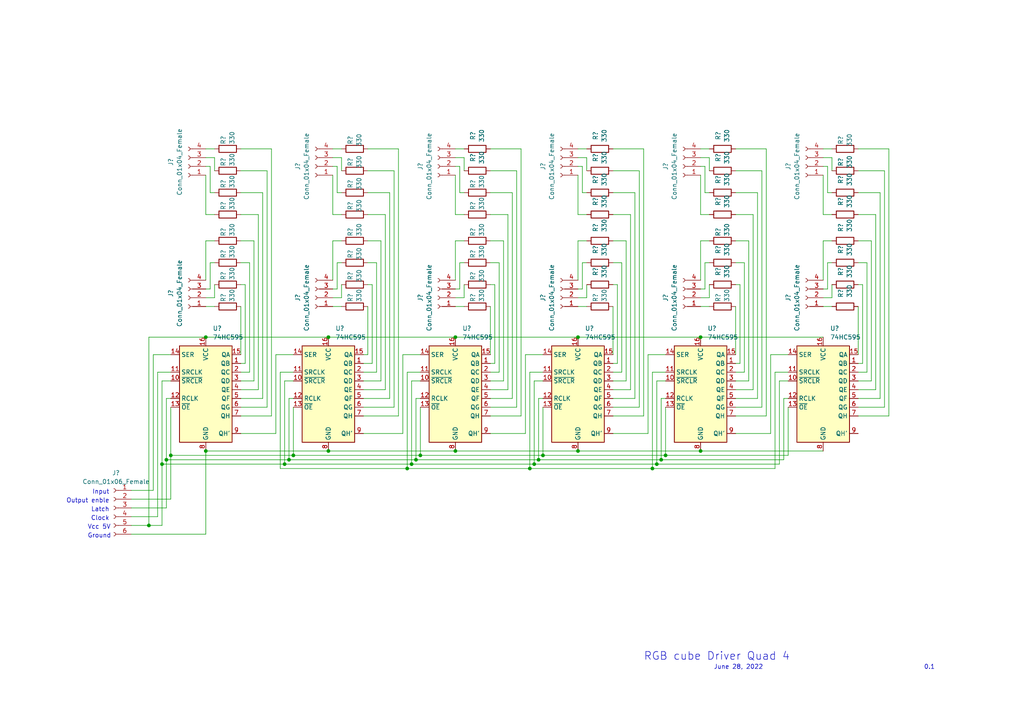
<source format=kicad_sch>
(kicad_sch (version 20211123) (generator eeschema)
  (paper "A4")
  (lib_symbols
    (symbol "74xx:74HC595"
      (property "Reference" "U" (at -7.62 13.97 0))
      (property "Value" "74HC595" (at -7.62 -16.51 0))
      (symbol "74HC595_1_0"
        (pin tri_state line (at 10.16 7.62 180) (length 2.54) (name "QB") (number "1"))
        (pin input line (at -10.16 2.54 0) (length 2.54) (name "~{SRCLR}") (number "10"))
        (pin input line (at -10.16 5.08 0) (length 2.54) (name "SRCLK") (number "11"))
        (pin input line (at -10.16 -2.54 0) (length 2.54) (name "RCLK") (number "12"))
        (pin input line (at -10.16 -5.08 0) (length 2.54) (name "~{OE}") (number "13"))
        (pin input line (at -10.16 10.16 0) (length 2.54) (name "SER") (number "14"))
        (pin tri_state line (at 10.16 10.16 180) (length 2.54) (name "QA") (number "15"))
        (pin power_in line (at 0 15.24 270) (length 2.54) (name "VCC") (number "16"))
        (pin tri_state line (at 10.16 5.08 180) (length 2.54) (name "QC") (number "2"))
        (pin tri_state line (at 10.16 2.54 180) (length 2.54) (name "QD") (number "3"))
        (pin tri_state line (at 10.16 0 180) (length 2.54) (name "QE") (number "4"))
        (pin tri_state line (at 10.16 -2.54 180) (length 2.54) (name "QF") (number "5"))
        (pin tri_state line (at 10.16 -5.08 180) (length 2.54) (name "QG") (number "6"))
        (pin tri_state line (at 10.16 -7.62 180) (length 2.54) (name "QH") (number "7"))
        (pin power_in line (at 0 -17.78 90) (length 2.54) (name "GND") (number "8"))
        (pin output line (at 10.16 -12.7 180) (length 2.54) (name "QH'") (number "9"))
      )
      (symbol "74HC595_1_1"
        (rectangle (start -7.62 12.7) (end 7.62 -15.24) (stroke (width 0.254)) (fill (type background)))
      )
    )
    (symbol "Connector:Conn_01x04_Female" (pin_names (offset 1.016) hide)
      (property "Reference" "J" (at 0 5.08 0))
      (property "Value" "Conn_01x04_Female" (at 0 -7.62 0))
      (symbol "Conn_01x04_Female_1_1"
        (arc (start 0 -4.572) (mid -0.508 -5.08) (end 0 -5.588) (stroke (width 0.1524)))
        (arc (start 0 -2.032) (mid -0.508 -2.54) (end 0 -3.048) (stroke (width 0.1524)))
        (polyline (pts (xy -1.27 -5.08) (xy -0.508 -5.08)) (stroke (width 0.1524)))
        (polyline (pts (xy -1.27 -2.54) (xy -0.508 -2.54)) (stroke (width 0.1524)))
        (polyline (pts (xy -1.27 0) (xy -0.508 0)) (stroke (width 0.1524)))
        (polyline (pts (xy -1.27 2.54) (xy -0.508 2.54)) (stroke (width 0.1524)))
        (arc (start 0 0.508) (mid -0.508 0) (end 0 -0.508) (stroke (width 0.1524)))
        (arc (start 0 3.048) (mid -0.508 2.54) (end 0 2.032) (stroke (width 0.1524)))
        (pin passive line (at -5.08 2.54 0) (length 3.81) (name "Pin_1") (number "1"))
        (pin passive line (at -5.08 0 0) (length 3.81) (name "Pin_2") (number "2"))
        (pin passive line (at -5.08 -2.54 0) (length 3.81) (name "Pin_3") (number "3"))
        (pin passive line (at -5.08 -5.08 0) (length 3.81) (name "Pin_4") (number "4"))
      )
    )
    (symbol "Connector:Conn_01x06_Female" (pin_names (offset 1.016) hide)
      (property "Reference" "J" (at 0 7.62 0))
      (property "Value" "Conn_01x06_Female" (at 0 -10.16 0))
      (symbol "Conn_01x06_Female_1_1"
        (arc (start 0 -7.112) (mid -0.508 -7.62) (end 0 -8.128) (stroke (width 0.1524)))
        (arc (start 0 -4.572) (mid -0.508 -5.08) (end 0 -5.588) (stroke (width 0.1524)))
        (arc (start 0 -2.032) (mid -0.508 -2.54) (end 0 -3.048) (stroke (width 0.1524)))
        (polyline (pts (xy -1.27 -7.62) (xy -0.508 -7.62)) (stroke (width 0.1524)))
        (polyline (pts (xy -1.27 -5.08) (xy -0.508 -5.08)) (stroke (width 0.1524)))
        (polyline (pts (xy -1.27 -2.54) (xy -0.508 -2.54)) (stroke (width 0.1524)))
        (polyline (pts (xy -1.27 0) (xy -0.508 0)) (stroke (width 0.1524)))
        (polyline (pts (xy -1.27 2.54) (xy -0.508 2.54)) (stroke (width 0.1524)))
        (polyline (pts (xy -1.27 5.08) (xy -0.508 5.08)) (stroke (width 0.1524)))
        (arc (start 0 0.508) (mid -0.508 0) (end 0 -0.508) (stroke (width 0.1524)))
        (arc (start 0 3.048) (mid -0.508 2.54) (end 0 2.032) (stroke (width 0.1524)))
        (arc (start 0 5.588) (mid -0.508 5.08) (end 0 4.572) (stroke (width 0.1524)))
        (pin passive line (at -5.08 5.08 0) (length 3.81) (name "Pin_1") (number "1"))
        (pin passive line (at -5.08 2.54 0) (length 3.81) (name "Pin_2") (number "2"))
        (pin passive line (at -5.08 0 0) (length 3.81) (name "Pin_3") (number "3"))
        (pin passive line (at -5.08 -2.54 0) (length 3.81) (name "Pin_4") (number "4"))
        (pin passive line (at -5.08 -5.08 0) (length 3.81) (name "Pin_5") (number "5"))
        (pin passive line (at -5.08 -7.62 0) (length 3.81) (name "Pin_6") (number "6"))
      )
    )
    (symbol "Device:R" (pin_numbers hide) (pin_names (offset 0))
      (property "Reference" "R" (at 2.032 0 90))
      (property "Value" "R" (at 0 0 90))
      (symbol "R_0_1"
        (rectangle (start -1.016 -2.54) (end 1.016 2.54) (stroke (width 0.254)))
      )
      (symbol "R_1_1"
        (pin passive line (at 0 3.81 270) (length 1.27) (name "~") (number "1"))
        (pin passive line (at 0 -3.81 90) (length 1.27) (name "~") (number "2"))
      )
    )
  )
  (junction (at 203.2 130.81))
  (junction (at 167.64 97.79))
  (junction (at 190.5 134.62))
  (junction (at 49.53 132.08))
  (junction (at 59.69 97.79))
  (junction (at 95.25 130.81))
  (junction (at 153.67 135.89))
  (junction (at 83.82 133.35))
  (junction (at 203.2 97.79))
  (junction (at 46.99 134.62))
  (junction (at 59.69 130.81))
  (junction (at 82.55 134.62))
  (junction (at 132.08 130.81))
  (junction (at 48.26 133.35))
  (junction (at 189.23 135.89))
  (junction (at 193.04 132.08))
  (junction (at 118.11 135.89))
  (junction (at 157.48 132.08))
  (junction (at 156.21 133.35))
  (junction (at 43.18 152.4))
  (junction (at 167.64 130.81))
  (junction (at 119.38 134.62))
  (junction (at 132.08 97.79))
  (junction (at 154.94 134.62))
  (junction (at 191.77 133.35))
  (junction (at 85.09 132.08))
  (junction (at 95.25 97.79))
  (junction (at 121.92 132.08))
  (junction (at 120.65 133.35))
  (wire (pts (xy 78.74 43.18) (xy 69.85 43.18)))
  (wire (pts (xy 38.1 152.4) (xy 43.18 152.4)))
  (wire (pts (xy 181.61 69.85) (xy 181.61 110.49)))
  (wire (pts (xy 186.69 43.18) (xy 186.69 120.65)))
  (wire (pts (xy 132.08 83.82) (xy 133.35 83.82)))
  (wire (pts (xy 214.63 82.55) (xy 214.63 105.41)))
  (wire (pts (xy 146.05 110.49) (xy 142.24 110.49)))
  (wire (pts (xy 182.88 113.03) (xy 177.8 113.03)))
  (wire (pts (xy 132.08 88.9) (xy 134.62 88.9)))
  (wire (pts (xy 184.15 115.57) (xy 177.8 115.57)))
  (wire (pts (xy 215.9 76.2) (xy 213.36 76.2)))
  (wire (pts (xy 134.62 45.72) (xy 134.62 49.53)))
  (wire (pts (xy 257.81 43.18) (xy 257.81 120.65)))
  (wire (pts (xy 60.96 55.88) (xy 62.23 55.88)))
  (wire (pts (xy 111.76 62.23) (xy 106.68 62.23)))
  (wire (pts (xy 78.74 120.65) (xy 69.85 120.65)))
  (wire (pts (xy 193.04 118.11) (xy 193.04 132.08)))
  (wire (pts (xy 157.48 132.08) (xy 193.04 132.08)))
  (wire (pts (xy 97.79 76.2) (xy 99.06 76.2)))
  (wire (pts (xy 156.21 115.57) (xy 156.21 133.35)))
  (wire (pts (xy 168.91 83.82) (xy 168.91 76.2)))
  (wire (pts (xy 250.19 82.55) (xy 248.92 82.55)))
  (wire (pts (xy 251.46 107.95) (xy 251.46 76.2)))
  (wire (pts (xy 96.52 62.23) (xy 99.06 62.23)))
  (wire (pts (xy 238.76 50.8) (xy 238.76 62.23)))
  (wire (pts (xy 248.92 118.11) (xy 256.54 118.11)))
  (wire (pts (xy 238.76 69.85) (xy 241.3 69.85)))
  (wire (pts (xy 38.1 142.24) (xy 44.45 142.24)))
  (wire (pts (xy 220.98 49.53) (xy 220.98 118.11)))
  (wire (pts (xy 132.08 81.28) (xy 132.08 69.85)))
  (wire (pts (xy 59.69 50.8) (xy 59.69 62.23)))
  (wire (pts (xy 248.92 105.41) (xy 250.19 105.41)))
  (wire (pts (xy 147.32 113.03) (xy 142.24 113.03)))
  (wire (pts (xy 248.92 113.03) (xy 254 113.03)))
  (wire (pts (xy 59.69 97.79) (xy 95.25 97.79)))
  (wire (pts (xy 59.69 83.82) (xy 60.96 83.82)))
  (wire (pts (xy 142.24 125.73) (xy 152.4 125.73)))
  (wire (pts (xy 46.99 134.62) (xy 82.55 134.62)))
  (wire (pts (xy 167.64 48.26) (xy 168.91 48.26)))
  (wire (pts (xy 120.65 133.35) (xy 156.21 133.35)))
  (wire (pts (xy 220.98 118.11) (xy 213.36 118.11)))
  (wire (pts (xy 238.76 45.72) (xy 241.3 45.72)))
  (wire (pts (xy 80.01 102.87) (xy 85.09 102.87)))
  (wire (pts (xy 153.67 135.89) (xy 189.23 135.89)))
  (wire (pts (xy 76.2 115.57) (xy 76.2 55.88)))
  (wire (pts (xy 49.53 132.08) (xy 85.09 132.08)))
  (wire (pts (xy 146.05 69.85) (xy 146.05 110.49)))
  (wire (pts (xy 97.79 55.88) (xy 99.06 55.88)))
  (wire (pts (xy 189.23 135.89) (xy 224.79 135.89)))
  (wire (pts (xy 170.18 45.72) (xy 170.18 49.53)))
  (wire (pts (xy 255.27 55.88) (xy 248.92 55.88)))
  (wire (pts (xy 218.44 62.23) (xy 218.44 113.03)))
  (wire (pts (xy 203.2 43.18) (xy 205.74 43.18)))
  (wire (pts (xy 170.18 86.36) (xy 167.64 86.36)))
  (wire (pts (xy 132.08 43.18) (xy 134.62 43.18)))
  (wire (pts (xy 214.63 82.55) (xy 213.36 82.55)))
  (wire (pts (xy 203.2 88.9) (xy 205.74 88.9)))
  (wire (pts (xy 228.6 118.11) (xy 228.6 132.08)))
  (wire (pts (xy 203.2 50.8) (xy 203.2 62.23)))
  (wire (pts (xy 214.63 105.41) (xy 213.36 105.41)))
  (wire (pts (xy 111.76 62.23) (xy 111.76 113.03)))
  (wire (pts (xy 118.11 135.89) (xy 153.67 135.89)))
  (wire (pts (xy 156.21 115.57) (xy 157.48 115.57)))
  (wire (pts (xy 217.17 69.85) (xy 217.17 110.49)))
  (wire (pts (xy 69.85 88.9) (xy 69.85 102.87)))
  (wire (pts (xy 168.91 76.2) (xy 170.18 76.2)))
  (wire (pts (xy 132.08 97.79) (xy 167.64 97.79)))
  (wire (pts (xy 181.61 69.85) (xy 177.8 69.85)))
  (wire (pts (xy 180.34 107.95) (xy 177.8 107.95)))
  (wire (pts (xy 82.55 134.62) (xy 82.55 110.49)))
  (wire (pts (xy 114.3 49.53) (xy 114.3 118.11)))
  (wire (pts (xy 152.4 102.87) (xy 157.48 102.87)))
  (wire (pts (xy 77.47 118.11) (xy 69.85 118.11)))
  (wire (pts (xy 144.78 107.95) (xy 142.24 107.95)))
  (wire (pts (xy 62.23 45.72) (xy 62.23 49.53)))
  (wire (pts (xy 215.9 107.95) (xy 213.36 107.95)))
  (wire (pts (xy 191.77 115.57) (xy 191.77 133.35)))
  (wire (pts (xy 149.86 118.11) (xy 142.24 118.11)))
  (wire (pts (xy 241.3 86.36) (xy 238.76 86.36)))
  (wire (pts (xy 248.92 120.65) (xy 257.81 120.65)))
  (wire (pts (xy 59.69 130.81) (xy 95.25 130.81)))
  (wire (pts (xy 250.19 105.41) (xy 250.19 82.55)))
  (wire (pts (xy 149.86 49.53) (xy 142.24 49.53)))
  (wire (pts (xy 38.1 144.78) (xy 49.53 144.78)))
  (wire (pts (xy 69.85 125.73) (xy 80.01 125.73)))
  (wire (pts (xy 217.17 110.49) (xy 213.36 110.49)))
  (wire (pts (xy 167.64 45.72) (xy 170.18 45.72)))
  (wire (pts (xy 80.01 125.73) (xy 80.01 102.87)))
  (wire (pts (xy 49.53 144.78) (xy 49.53 132.08)))
  (wire (pts (xy 74.93 62.23) (xy 69.85 62.23)))
  (wire (pts (xy 180.34 76.2) (xy 177.8 76.2)))
  (wire (pts (xy 48.26 133.35) (xy 83.82 133.35)))
  (wire (pts (xy 48.26 115.57) (xy 49.53 115.57)))
  (wire (pts (xy 218.44 113.03) (xy 213.36 113.03)))
  (wire (pts (xy 152.4 125.73) (xy 152.4 102.87)))
  (wire (pts (xy 226.06 110.49) (xy 228.6 110.49)))
  (wire (pts (xy 99.06 86.36) (xy 96.52 86.36)))
  (wire (pts (xy 219.71 55.88) (xy 219.71 115.57)))
  (wire (pts (xy 118.11 107.95) (xy 121.92 107.95)))
  (wire (pts (xy 167.64 62.23) (xy 170.18 62.23)))
  (wire (pts (xy 177.8 88.9) (xy 177.8 102.87)))
  (wire (pts (xy 38.1 154.94) (xy 59.69 154.94)))
  (wire (pts (xy 85.09 118.11) (xy 85.09 132.08)))
  (wire (pts (xy 222.25 43.18) (xy 213.36 43.18)))
  (wire (pts (xy 241.3 45.72) (xy 241.3 49.53)))
  (wire (pts (xy 151.13 120.65) (xy 142.24 120.65)))
  (wire (pts (xy 203.2 69.85) (xy 205.74 69.85)))
  (wire (pts (xy 38.1 147.32) (xy 48.26 147.32)))
  (wire (pts (xy 96.52 48.26) (xy 97.79 48.26)))
  (wire (pts (xy 167.64 50.8) (xy 167.64 62.23)))
  (wire (pts (xy 147.32 62.23) (xy 147.32 113.03)))
  (wire (pts (xy 48.26 147.32) (xy 48.26 133.35)))
  (wire (pts (xy 154.94 134.62) (xy 190.5 134.62)))
  (wire (pts (xy 240.03 83.82) (xy 240.03 76.2)))
  (wire (pts (xy 144.78 76.2) (xy 142.24 76.2)))
  (wire (pts (xy 204.47 76.2) (xy 205.74 76.2)))
  (wire (pts (xy 105.41 110.49) (xy 110.49 110.49)))
  (wire (pts (xy 147.32 62.23) (xy 142.24 62.23)))
  (wire (pts (xy 38.1 149.86) (xy 45.72 149.86)))
  (wire (pts (xy 177.8 125.73) (xy 187.96 125.73)))
  (wire (pts (xy 74.93 113.03) (xy 69.85 113.03)))
  (wire (pts (xy 82.55 110.49) (xy 85.09 110.49)))
  (wire (pts (xy 184.15 55.88) (xy 184.15 115.57)))
  (wire (pts (xy 59.69 43.18) (xy 62.23 43.18)))
  (wire (pts (xy 238.76 83.82) (xy 240.03 83.82)))
  (wire (pts (xy 153.67 135.89) (xy 153.67 107.95)))
  (wire (pts (xy 151.13 43.18) (xy 142.24 43.18)))
  (wire (pts (xy 74.93 113.03) (xy 74.93 62.23)))
  (wire (pts (xy 105.41 120.65) (xy 115.57 120.65)))
  (wire (pts (xy 238.76 88.9) (xy 241.3 88.9)))
  (wire (pts (xy 187.96 102.87) (xy 193.04 102.87)))
  (wire (pts (xy 186.69 43.18) (xy 177.8 43.18)))
  (wire (pts (xy 213.36 88.9) (xy 213.36 102.87)))
  (wire (pts (xy 167.64 83.82) (xy 168.91 83.82)))
  (wire (pts (xy 119.38 110.49) (xy 121.92 110.49)))
  (wire (pts (xy 43.18 97.79) (xy 43.18 152.4)))
  (wire (pts (xy 143.51 105.41) (xy 142.24 105.41)))
  (wire (pts (xy 71.12 82.55) (xy 69.85 82.55)))
  (wire (pts (xy 105.41 113.03) (xy 111.76 113.03)))
  (wire (pts (xy 257.81 43.18) (xy 248.92 43.18)))
  (wire (pts (xy 115.57 43.18) (xy 115.57 120.65)))
  (wire (pts (xy 48.26 133.35) (xy 48.26 115.57)))
  (wire (pts (xy 205.74 82.55) (xy 205.74 86.36)))
  (wire (pts (xy 168.91 48.26) (xy 168.91 55.88)))
  (wire (pts (xy 204.47 55.88) (xy 205.74 55.88)))
  (wire (pts (xy 185.42 49.53) (xy 177.8 49.53)))
  (wire (pts (xy 96.52 45.72) (xy 99.06 45.72)))
  (wire (pts (xy 49.53 102.87) (xy 44.45 102.87)))
  (wire (pts (xy 238.76 62.23) (xy 241.3 62.23)))
  (wire (pts (xy 248.92 115.57) (xy 255.27 115.57)))
  (wire (pts (xy 76.2 115.57) (xy 69.85 115.57)))
  (wire (pts (xy 49.53 118.11) (xy 49.53 132.08)))
  (wire (pts (xy 203.2 48.26) (xy 204.47 48.26)))
  (wire (pts (xy 76.2 55.88) (xy 69.85 55.88)))
  (wire (pts (xy 190.5 110.49) (xy 193.04 110.49)))
  (wire (pts (xy 132.08 62.23) (xy 134.62 62.23)))
  (wire (pts (xy 151.13 43.18) (xy 151.13 120.65)))
  (wire (pts (xy 241.3 82.55) (xy 241.3 86.36)))
  (wire (pts (xy 132.08 130.81) (xy 167.64 130.81)))
  (wire (pts (xy 72.39 107.95) (xy 72.39 76.2)))
  (wire (pts (xy 224.79 135.89) (xy 224.79 107.95)))
  (wire (pts (xy 73.66 110.49) (xy 69.85 110.49)))
  (wire (pts (xy 167.64 88.9) (xy 170.18 88.9)))
  (wire (pts (xy 96.52 69.85) (xy 99.06 69.85)))
  (wire (pts (xy 191.77 115.57) (xy 193.04 115.57)))
  (wire (pts (xy 205.74 86.36) (xy 203.2 86.36)))
  (wire (pts (xy 132.08 50.8) (xy 132.08 62.23)))
  (wire (pts (xy 154.94 134.62) (xy 154.94 110.49)))
  (wire (pts (xy 110.49 69.85) (xy 106.68 69.85)))
  (wire (pts (xy 182.88 62.23) (xy 177.8 62.23)))
  (wire (pts (xy 203.2 45.72) (xy 205.74 45.72)))
  (wire (pts (xy 133.35 83.82) (xy 133.35 76.2)))
  (wire (pts (xy 83.82 115.57) (xy 83.82 133.35)))
  (wire (pts (xy 167.64 43.18) (xy 170.18 43.18)))
  (wire (pts (xy 203.2 81.28) (xy 203.2 69.85)))
  (wire (pts (xy 191.77 133.35) (xy 227.33 133.35)))
  (wire (pts (xy 218.44 62.23) (xy 213.36 62.23)))
  (wire (pts (xy 96.52 83.82) (xy 97.79 83.82)))
  (wire (pts (xy 59.69 88.9) (xy 62.23 88.9)))
  (wire (pts (xy 185.42 49.53) (xy 185.42 118.11)))
  (wire (pts (xy 115.57 43.18) (xy 106.68 43.18)))
  (wire (pts (xy 120.65 115.57) (xy 121.92 115.57)))
  (wire (pts (xy 95.25 97.79) (xy 132.08 97.79)))
  (wire (pts (xy 157.48 118.11) (xy 157.48 132.08)))
  (wire (pts (xy 96.52 81.28) (xy 96.52 69.85)))
  (wire (pts (xy 78.74 120.65) (xy 78.74 43.18)))
  (wire (pts (xy 143.51 82.55) (xy 143.51 105.41)))
  (wire (pts (xy 256.54 49.53) (xy 248.92 49.53)))
  (wire (pts (xy 62.23 86.36) (xy 59.69 86.36)))
  (wire (pts (xy 222.25 43.18) (xy 222.25 120.65)))
  (wire (pts (xy 203.2 83.82) (xy 204.47 83.82)))
  (wire (pts (xy 213.36 125.73) (xy 223.52 125.73)))
  (wire (pts (xy 180.34 76.2) (xy 180.34 107.95)))
  (wire (pts (xy 248.92 110.49) (xy 252.73 110.49)))
  (wire (pts (xy 168.91 55.88) (xy 170.18 55.88)))
  (wire (pts (xy 204.47 83.82) (xy 204.47 76.2)))
  (wire (pts (xy 182.88 62.23) (xy 182.88 113.03)))
  (wire (pts (xy 44.45 142.24) (xy 44.45 102.87)))
  (wire (pts (xy 146.05 69.85) (xy 142.24 69.85)))
  (wire (pts (xy 97.79 48.26) (xy 97.79 55.88)))
  (wire (pts (xy 77.47 49.53) (xy 69.85 49.53)))
  (wire (pts (xy 43.18 152.4) (xy 46.99 152.4)))
  (wire (pts (xy 134.62 82.55) (xy 134.62 86.36)))
  (wire (pts (xy 73.66 110.49) (xy 73.66 69.85)))
  (wire (pts (xy 217.17 69.85) (xy 213.36 69.85)))
  (wire (pts (xy 59.69 81.28) (xy 59.69 69.85)))
  (wire (pts (xy 96.52 50.8) (xy 96.52 62.23)))
  (wire (pts (xy 252.73 69.85) (xy 248.92 69.85)))
  (wire (pts (xy 121.92 118.11) (xy 121.92 132.08)))
  (wire (pts (xy 184.15 55.88) (xy 177.8 55.88)))
  (wire (pts (xy 238.76 81.28) (xy 238.76 69.85)))
  (wire (pts (xy 153.67 107.95) (xy 157.48 107.95)))
  (wire (pts (xy 220.98 49.53) (xy 213.36 49.53)))
  (wire (pts (xy 85.09 132.08) (xy 121.92 132.08)))
  (wire (pts (xy 224.79 107.95) (xy 228.6 107.95)))
  (wire (pts (xy 189.23 107.95) (xy 193.04 107.95)))
  (wire (pts (xy 59.69 97.79) (xy 43.18 97.79)))
  (wire (pts (xy 193.04 132.08) (xy 228.6 132.08)))
  (wire (pts (xy 81.28 135.89) (xy 81.28 107.95)))
  (wire (pts (xy 60.96 83.82) (xy 60.96 76.2)))
  (wire (pts (xy 59.69 48.26) (xy 60.96 48.26)))
  (wire (pts (xy 148.59 55.88) (xy 148.59 115.57)))
  (wire (pts (xy 96.52 43.18) (xy 99.06 43.18)))
  (wire (pts (xy 73.66 69.85) (xy 69.85 69.85)))
  (wire (pts (xy 156.21 133.35) (xy 191.77 133.35)))
  (wire (pts (xy 254 62.23) (xy 248.92 62.23)))
  (wire (pts (xy 83.82 133.35) (xy 120.65 133.35)))
  (wire (pts (xy 154.94 110.49) (xy 157.48 110.49)))
  (wire (pts (xy 109.22 76.2) (xy 106.68 76.2)))
  (wire (pts (xy 82.55 134.62) (xy 119.38 134.62)))
  (wire (pts (xy 62.23 82.55) (xy 62.23 86.36)))
  (wire (pts (xy 226.06 134.62) (xy 226.06 110.49)))
  (wire (pts (xy 219.71 115.57) (xy 213.36 115.57)))
  (wire (pts (xy 59.69 154.94) (xy 59.69 130.81)))
  (wire (pts (xy 142.24 88.9) (xy 142.24 102.87)))
  (wire (pts (xy 223.52 125.73) (xy 223.52 102.87)))
  (wire (pts (xy 110.49 69.85) (xy 110.49 110.49)))
  (wire (pts (xy 148.59 55.88) (xy 142.24 55.88)))
  (wire (pts (xy 167.64 97.79) (xy 203.2 97.79)))
  (wire (pts (xy 203.2 62.23) (xy 205.74 62.23)))
  (wire (pts (xy 83.82 115.57) (xy 85.09 115.57)))
  (wire (pts (xy 95.25 130.81) (xy 132.08 130.81)))
  (wire (pts (xy 119.38 134.62) (xy 119.38 110.49)))
  (wire (pts (xy 240.03 76.2) (xy 241.3 76.2)))
  (wire (pts (xy 251.46 76.2) (xy 248.92 76.2)))
  (wire (pts (xy 132.08 69.85) (xy 134.62 69.85)))
  (wire (pts (xy 49.53 107.95) (xy 45.72 107.95)))
  (wire (pts (xy 105.41 115.57) (xy 113.03 115.57)))
  (wire (pts (xy 105.41 118.11) (xy 114.3 118.11)))
  (wire (pts (xy 59.69 69.85) (xy 62.23 69.85)))
  (wire (pts (xy 133.35 76.2) (xy 134.62 76.2)))
  (wire (pts (xy 105.41 105.41) (xy 107.95 105.41)))
  (wire (pts (xy 72.39 76.2) (xy 69.85 76.2)))
  (wire (pts (xy 133.35 55.88) (xy 134.62 55.88)))
  (wire (pts (xy 219.71 55.88) (xy 213.36 55.88)))
  (wire (pts (xy 186.69 120.65) (xy 177.8 120.65)))
  (wire (pts (xy 248.92 88.9) (xy 248.92 102.87)))
  (wire (pts (xy 106.68 88.9) (xy 106.68 102.87)))
  (wire (pts (xy 167.64 69.85) (xy 170.18 69.85)))
  (wire (pts (xy 107.95 82.55) (xy 106.68 82.55)))
  (wire (pts (xy 179.07 105.41) (xy 177.8 105.41)))
  (wire (pts (xy 143.51 82.55) (xy 142.24 82.55)))
  (wire (pts (xy 248.92 107.95) (xy 251.46 107.95)))
  (wire (pts (xy 256.54 118.11) (xy 256.54 49.53)))
  (wire (pts (xy 133.35 48.26) (xy 133.35 55.88)))
  (wire (pts (xy 99.06 82.55) (xy 99.06 86.36)))
  (wire (pts (xy 105.41 125.73) (xy 116.84 125.73)))
  (wire (pts (xy 134.62 86.36) (xy 132.08 86.36)))
  (wire (pts (xy 60.96 76.2) (xy 62.23 76.2)))
  (wire (pts (xy 148.59 115.57) (xy 142.24 115.57)))
  (wire (pts (xy 71.12 105.41) (xy 71.12 82.55)))
  (wire (pts (xy 45.72 107.95) (xy 45.72 149.86)))
  (wire (pts (xy 149.86 49.53) (xy 149.86 118.11)))
  (wire (pts (xy 132.08 48.26) (xy 133.35 48.26)))
  (wire (pts (xy 96.52 88.9) (xy 99.06 88.9)))
  (wire (pts (xy 205.74 45.72) (xy 205.74 49.53)))
  (wire (pts (xy 59.69 45.72) (xy 62.23 45.72)))
  (wire (pts (xy 119.38 134.62) (xy 154.94 134.62)))
  (wire (pts (xy 97.79 83.82) (xy 97.79 76.2)))
  (wire (pts (xy 215.9 76.2) (xy 215.9 107.95)))
  (wire (pts (xy 203.2 97.79) (xy 238.76 97.79)))
  (wire (pts (xy 71.12 105.41) (xy 69.85 105.41)))
  (wire (pts (xy 77.47 118.11) (xy 77.47 49.53)))
  (wire (pts (xy 144.78 76.2) (xy 144.78 107.95)))
  (wire (pts (xy 72.39 107.95) (xy 69.85 107.95)))
  (wire (pts (xy 222.25 120.65) (xy 213.36 120.65)))
  (wire (pts (xy 120.65 115.57) (xy 120.65 133.35)))
  (wire (pts (xy 107.95 105.41) (xy 107.95 82.55)))
  (wire (pts (xy 46.99 110.49) (xy 46.99 134.62)))
  (wire (pts (xy 252.73 110.49) (xy 252.73 69.85)))
  (wire (pts (xy 189.23 135.89) (xy 189.23 107.95)))
  (wire (pts (xy 113.03 55.88) (xy 106.68 55.88)))
  (wire (pts (xy 181.61 110.49) (xy 177.8 110.49)))
  (wire (pts (xy 132.08 45.72) (xy 134.62 45.72)))
  (wire (pts (xy 190.5 134.62) (xy 190.5 110.49)))
  (wire (pts (xy 179.07 82.55) (xy 177.8 82.55)))
  (wire (pts (xy 105.41 107.95) (xy 109.22 107.95)))
  (wire (pts (xy 59.69 62.23) (xy 62.23 62.23)))
  (wire (pts (xy 190.5 134.62) (xy 226.06 134.62)))
  (wire (pts (xy 203.2 130.81) (xy 238.76 130.81)))
  (wire (pts (xy 49.53 110.49) (xy 46.99 110.49)))
  (wire (pts (xy 167.64 130.81) (xy 203.2 130.81)))
  (wire (pts (xy 238.76 48.26) (xy 240.03 48.26)))
  (wire (pts (xy 227.33 115.57) (xy 227.33 133.35)))
  (wire (pts (xy 238.76 43.18) (xy 241.3 43.18)))
  (wire (pts (xy 204.47 48.26) (xy 204.47 55.88)))
  (wire (pts (xy 223.52 102.87) (xy 228.6 102.87)))
  (wire (pts (xy 46.99 134.62) (xy 46.99 152.4)))
  (wire (pts (xy 121.92 132.08) (xy 157.48 132.08)))
  (wire (pts (xy 179.07 82.55) (xy 179.07 105.41)))
  (wire (pts (xy 227.33 115.57) (xy 228.6 115.57)))
  (wire (pts (xy 187.96 125.73) (xy 187.96 102.87)))
  (wire (pts (xy 109.22 76.2) (xy 109.22 107.95)))
  (wire (pts (xy 116.84 125.73) (xy 116.84 102.87)))
  (wire (pts (xy 105.41 102.87) (xy 106.68 102.87)))
  (wire (pts (xy 254 113.03) (xy 254 62.23)))
  (wire (pts (xy 114.3 49.53) (xy 106.68 49.53)))
  (wire (pts (xy 118.11 135.89) (xy 118.11 107.95)))
  (wire (pts (xy 99.06 45.72) (xy 99.06 49.53)))
  (wire (pts (xy 113.03 55.88) (xy 113.03 115.57)))
  (wire (pts (xy 185.42 118.11) (xy 177.8 118.11)))
  (wire (pts (xy 255.27 55.88) (xy 255.27 115.57)))
  (wire (pts (xy 81.28 107.95) (xy 85.09 107.95)))
  (wire (pts (xy 167.64 81.28) (xy 167.64 69.85)))
  (wire (pts (xy 240.03 48.26) (xy 240.03 55.88)))
  (wire (pts (xy 240.03 55.88) (xy 241.3 55.88)))
  (wire (pts (xy 60.96 48.26) (xy 60.96 55.88)))
  (wire (pts (xy 81.28 135.89) (xy 118.11 135.89)))
  (wire (pts (xy 116.84 102.87) (xy 121.92 102.87)))
  (wire (pts (xy 170.18 82.55) (xy 170.18 86.36)))
  (text "RGB cube Driver Quad 4" (at 186.69 191.77 0) (effects (font (size 2.27 2.27)) (justify left bottom)))
  (text "0.1" (at 267.97 194.31 0) (effects (font (size 1.27 1.27)) (justify left bottom)))
  (text "Ground" (at 25.4 156.21 0) (effects (font (size 1.27 1.27)) (justify left bottom)))
  (text "Output enble" (at 31.75 146.05 180) (effects (font (size 1.27 1.27)) (justify right bottom)))
  (text "Input" (at 31.75 143.51 180) (effects (font (size 1.27 1.27)) (justify right bottom)))
  (text "Vcc 5V" (at 25.4 153.67 0) (effects (font (size 1.27 1.27)) (justify left bottom)))
  (text "June 28, 2022" (at 207.01 194.31 0) (effects (font (size 1.27 1.27)) (justify left bottom)))
  (text "Clock" (at 31.75 151.13 180) (effects (font (size 1.27 1.27)) (justify right bottom)))
  (text "Latch" (at 31.75 148.59 180) (effects (font (size 1.27 1.27)) (justify right bottom)))
  (symbol (lib_id "Device:R") (at 102.87 43.18 90) (unit 1)
    (property "Reference" "R?" (at 101.6 40.64 0))
    (property "Value" "330" (at 104.14 40.64 0))
  )
  (symbol (lib_id "Connector:Conn_01x04_Female") (at 91.44 48.26 180) (unit 1)
    (property "Reference" "J?" (at 86.36 48.26 90))
    (property "Value" "Conn_01x04_Female" (at 88.9 48.26 90))
  )
  (symbol (lib_id "Device:R") (at 66.04 76.2 90) (unit 1)
    (property "Reference" "R?" (at 64.77 74.93 0) (effects (justify left)))
    (property "Value" "330" (at 67.31 74.93 0) (effects (justify left)))
  )
  (symbol (lib_id "Device:R") (at 138.43 82.55 90) (unit 1)
    (property "Reference" "R?" (at 137.16 80.01 0))
    (property "Value" "330" (at 139.7 80.01 0))
  )
  (symbol (lib_id "Device:R") (at 245.11 49.53 90) (unit 1)
    (property "Reference" "R?" (at 243.84 46.99 0))
    (property "Value" "330" (at 246.38 46.99 0))
  )
  (symbol (lib_id "Device:R") (at 138.43 43.18 90) (unit 1)
    (property "Reference" "R?" (at 137.16 39.37 0))
    (property "Value" "330" (at 139.7 39.37 0))
  )
  (symbol (lib_id "Device:R") (at 66.04 82.55 90) (unit 1)
    (property "Reference" "R?" (at 64.77 81.28 0) (effects (justify left)))
    (property "Value" "330" (at 67.31 81.28 0) (effects (justify left)))
  )
  (symbol (lib_id "Device:R") (at 102.87 76.2 90) (unit 1)
    (property "Reference" "R?" (at 101.6 73.66 0))
    (property "Value" "330" (at 104.14 73.66 0))
  )
  (symbol (lib_id "74xx:74HC595") (at 167.64 113.03 0) (unit 1)
    (property "Reference" "U?" (at 169.6594 95.25 0) (effects (justify left)))
    (property "Value" "74HC595" (at 169.6594 97.79 0) (effects (justify left)))
    (property "Datasheet" "http://www.ti.com/lit/ds/symlink/sn74hc595.pdf" (effects hide))
  )
  (symbol (lib_id "Connector:Conn_01x04_Female") (at 162.56 48.26 180) (unit 1)
    (property "Reference" "J?" (at 157.48 48.26 90))
    (property "Value" "Conn_01x04_Female" (at 160.02 48.26 90))
  )
  (symbol (lib_id "Device:R") (at 173.99 69.85 90) (unit 1)
    (property "Reference" "R?" (at 172.7199 67.31 0) (effects (justify left)))
    (property "Value" "330" (at 175.26 67.31 0) (effects (justify left)))
  )
  (symbol (lib_id "Connector:Conn_01x04_Female") (at 233.68 48.26 180) (unit 1)
    (property "Reference" "J?" (at 228.6 48.26 90))
    (property "Value" "Conn_01x04_Female" (at 231.14 48.26 90))
  )
  (symbol (lib_id "Device:R") (at 173.99 55.88 90) (unit 1)
    (property "Reference" "R?" (at 172.72 52.07 0))
    (property "Value" "330" (at 175.26 52.07 0))
  )
  (symbol (lib_id "Device:R") (at 66.04 43.18 90) (unit 1)
    (property "Reference" "R?" (at 64.77 41.91 0) (effects (justify left)))
    (property "Value" "330" (at 67.31 41.91 0) (effects (justify left)))
  )
  (symbol (lib_id "Device:R") (at 102.87 88.9 90) (unit 1)
    (property "Reference" "R?" (at 101.6 87.63 0) (effects (justify left)))
    (property "Value" "330" (at 104.14 87.63 0) (effects (justify left)))
  )
  (symbol (lib_id "Device:R") (at 209.55 49.53 90) (unit 1)
    (property "Reference" "R?" (at 208.28 45.72 0))
    (property "Value" "330" (at 210.82 45.72 0))
  )
  (symbol (lib_id "Device:R") (at 138.43 88.9 90) (unit 1)
    (property "Reference" "R?" (at 137.16 87.63 0) (effects (justify left)))
    (property "Value" "330" (at 139.7 87.63 0) (effects (justify left)))
  )
  (symbol (lib_id "Connector:Conn_01x04_Female") (at 233.68 86.36 180) (unit 1)
    (property "Reference" "J?" (at 228.6 86.36 90))
    (property "Value" "Conn_01x04_Female" (at 231.14 86.36 90))
  )
  (symbol (lib_id "Device:R") (at 138.43 55.88 90) (unit 1)
    (property "Reference" "R?" (at 137.16 54.61 0) (effects (justify left)))
    (property "Value" "330" (at 139.7 54.61 0) (effects (justify left)))
  )
  (symbol (lib_id "Device:R") (at 66.04 62.23 90) (unit 1)
    (property "Reference" "R?" (at 64.77 60.96 0) (effects (justify left)))
    (property "Value" "330" (at 67.31 60.96 0) (effects (justify left)))
  )
  (symbol (lib_id "Device:R") (at 102.87 55.88 90) (unit 1)
    (property "Reference" "R?" (at 101.6 53.34 0))
    (property "Value" "330" (at 104.14 53.34 0))
  )
  (symbol (lib_id "Device:R") (at 138.43 49.53 90) (unit 1)
    (property "Reference" "R?" (at 137.16 45.72 0))
    (property "Value" "330" (at 139.7 45.72 0))
  )
  (symbol (lib_id "Device:R") (at 102.87 49.53 90) (unit 1)
    (property "Reference" "R?" (at 101.6 46.99 0))
    (property "Value" "330" (at 104.14 46.99 0))
  )
  (symbol (lib_id "Connector:Conn_01x04_Female") (at 54.61 86.36 180) (unit 1)
    (property "Reference" "J?" (at 49.53 85.09 90))
    (property "Value" "Conn_01x04_Female" (at 52.07 85.09 90))
  )
  (symbol (lib_id "Device:R") (at 173.99 62.23 90) (unit 1)
    (property "Reference" "R?" (at 172.72 58.42 0))
    (property "Value" "330" (at 175.26 58.42 0))
  )
  (symbol (lib_id "Device:R") (at 209.55 55.88 90) (unit 1)
    (property "Reference" "R?" (at 208.28 52.07 0))
    (property "Value" "330" (at 210.82 52.07 0))
  )
  (symbol (lib_id "Device:R") (at 102.87 69.85 90) (unit 1)
    (property "Reference" "R?" (at 101.5999 68.58 0) (effects (justify left)))
    (property "Value" "330" (at 104.14 68.58 0) (effects (justify left)))
  )
  (symbol (lib_id "Connector:Conn_01x04_Female") (at 54.61 48.26 180) (unit 1)
    (property "Reference" "J?" (at 49.53 46.99 90))
    (property "Value" "Conn_01x04_Female" (at 52.07 46.99 90))
  )
  (symbol (lib_id "Connector:Conn_01x04_Female") (at 162.56 86.36 180) (unit 1)
    (property "Reference" "J?" (at 157.48 86.36 90))
    (property "Value" "Conn_01x04_Female" (at 160.02 86.36 90))
  )
  (symbol (lib_id "Device:R") (at 66.04 69.85 90) (unit 1)
    (property "Reference" "R?" (at 64.7699 68.58 0) (effects (justify left)))
    (property "Value" "330" (at 67.31 68.58 0) (effects (justify left)))
  )
  (symbol (lib_id "Device:R") (at 209.55 82.55 90) (unit 1)
    (property "Reference" "R?" (at 208.28 78.74 0))
    (property "Value" "330" (at 210.82 78.74 0))
  )
  (symbol (lib_id "Connector:Conn_01x04_Female") (at 198.12 86.36 180) (unit 1)
    (property "Reference" "J?" (at 193.04 86.36 90))
    (property "Value" "Conn_01x04_Female" (at 195.58 86.36 90))
  )
  (symbol (lib_id "Device:R") (at 209.55 88.9 90) (unit 1)
    (property "Reference" "R?" (at 208.28 87.63 0) (effects (justify left)))
    (property "Value" "330" (at 210.82 87.63 0) (effects (justify left)))
  )
  (symbol (lib_id "Device:R") (at 102.87 82.55 90) (unit 1)
    (property "Reference" "R?" (at 101.6 80.01 0))
    (property "Value" "330" (at 104.14 80.01 0))
  )
  (symbol (lib_id "Connector:Conn_01x06_Female") (at 33.02 147.32 0) (mirror y) (unit 1)
    (property "Reference" "J?" (at 33.655 137.16 0))
    (property "Value" "Conn_01x06_Female" (at 33.655 139.7 0))
  )
  (symbol (lib_id "Device:R") (at 138.43 62.23 90) (unit 1)
    (property "Reference" "R?" (at 137.16 60.96 0) (effects (justify left)))
    (property "Value" "330" (at 139.7 60.96 0) (effects (justify left)))
  )
  (symbol (lib_id "Device:R") (at 245.11 55.88 90) (unit 1)
    (property "Reference" "R?" (at 243.84 52.07 0))
    (property "Value" "330" (at 246.38 52.07 0))
  )
  (symbol (lib_id "Device:R") (at 209.55 62.23 90) (unit 1)
    (property "Reference" "R?" (at 208.28 58.42 0))
    (property "Value" "330" (at 210.82 58.42 0))
  )
  (symbol (lib_id "Device:R") (at 209.55 76.2 90) (unit 1)
    (property "Reference" "R?" (at 208.28 72.39 0))
    (property "Value" "330" (at 210.82 72.39 0))
  )
  (symbol (lib_id "Connector:Conn_01x04_Female") (at 127 86.36 180) (unit 1)
    (property "Reference" "J?" (at 121.92 86.36 90))
    (property "Value" "Conn_01x04_Female" (at 124.46 86.36 90))
  )
  (symbol (lib_id "Device:R") (at 102.87 62.23 90) (unit 1)
    (property "Reference" "R?" (at 101.6 59.69 0))
    (property "Value" "330" (at 104.14 59.69 0))
  )
  (symbol (lib_id "Connector:Conn_01x04_Female") (at 91.44 86.36 180) (unit 1)
    (property "Reference" "J?" (at 86.36 86.36 90))
    (property "Value" "Conn_01x04_Female" (at 88.9 86.36 90))
  )
  (symbol (lib_id "Device:R") (at 245.11 82.55 90) (unit 1)
    (property "Reference" "R?" (at 243.84 78.74 0))
    (property "Value" "330" (at 246.38 78.74 0))
  )
  (symbol (lib_id "74xx:74HC595") (at 203.2 113.03 0) (unit 1)
    (property "Reference" "U?" (at 205.2194 95.25 0) (effects (justify left)))
    (property "Value" "74HC595" (at 205.2194 97.79 0) (effects (justify left)))
    (property "Datasheet" "http://www.ti.com/lit/ds/symlink/sn74hc595.pdf" (effects hide))
  )
  (symbol (lib_id "Device:R") (at 138.43 76.2 90) (unit 1)
    (property "Reference" "R?" (at 137.1599 74.93 0) (effects (justify left)))
    (property "Value" "330" (at 139.6999 74.93 0) (effects (justify left)))
  )
  (symbol (lib_id "Connector:Conn_01x04_Female") (at 127 48.26 180) (unit 1)
    (property "Reference" "J?" (at 121.92 48.26 90))
    (property "Value" "Conn_01x04_Female" (at 124.46 48.26 90))
  )
  (symbol (lib_id "74xx:74HC595") (at 238.76 113.03 0) (unit 1)
    (property "Reference" "U?" (at 240.7794 95.25 0) (effects (justify left)))
    (property "Value" "74HC595" (at 240.7794 97.79 0) (effects (justify left)))
    (property "Datasheet" "http://www.ti.com/lit/ds/symlink/sn74hc595.pdf" (effects hide))
  )
  (symbol (lib_id "74xx:74HC595") (at 132.08 113.03 0) (unit 1)
    (property "Reference" "U?" (at 134.0994 95.25 0) (effects (justify left)))
    (property "Value" "74HC595" (at 134.0994 97.79 0) (effects (justify left)))
    (property "Datasheet" "http://www.ti.com/lit/ds/symlink/sn74hc595.pdf" (effects hide))
  )
  (symbol (lib_id "74xx:74HC595") (at 95.25 113.03 0) (unit 1)
    (property "Reference" "U?" (at 97.2694 95.25 0) (effects (justify left)))
    (property "Value" "74HC595" (at 97.2694 97.79 0) (effects (justify left)))
    (property "Datasheet" "http://www.ti.com/lit/ds/symlink/sn74hc595.pdf" (effects hide))
  )
  (symbol (lib_id "74xx:74HC595") (at 59.69 113.03 0) (unit 1)
    (property "Reference" "U?" (at 61.7094 95.25 0) (effects (justify left)))
    (property "Value" "74HC595" (at 61.7094 97.79 0) (effects (justify left)))
    (property "Datasheet" "http://www.ti.com/lit/ds/symlink/sn74hc595.pdf" (effects hide))
  )
  (symbol (lib_id "Device:R") (at 245.11 88.9 90) (unit 1)
    (property "Reference" "R?" (at 243.8399 86.36 0) (effects (justify left)))
    (property "Value" "330" (at 246.3799 86.36 0) (effects (justify left)))
  )
  (symbol (lib_id "Device:R") (at 173.99 43.18 90) (unit 1)
    (property "Reference" "R?" (at 172.72 39.37 0))
    (property "Value" "330" (at 175.26 39.37 0))
  )
  (symbol (lib_id "Device:R") (at 66.04 55.88 90) (unit 1)
    (property "Reference" "R?" (at 64.77 54.61 0) (effects (justify left)))
    (property "Value" "330" (at 67.31 54.61 0) (effects (justify left)))
  )
  (symbol (lib_id "Device:R") (at 245.11 69.85 90) (unit 1)
    (property "Reference" "R?" (at 243.8399 67.31 0) (effects (justify left)))
    (property "Value" "330" (at 246.38 67.31 0) (effects (justify left)))
  )
  (symbol (lib_id "Device:R") (at 138.43 69.85 90) (unit 1)
    (property "Reference" "R?" (at 137.1599 68.58 0) (effects (justify left)))
    (property "Value" "330" (at 139.7 68.58 0) (effects (justify left)))
  )
  (symbol (lib_id "Device:R") (at 66.04 49.53 90) (unit 1)
    (property "Reference" "R?" (at 64.77 48.26 0) (effects (justify left)))
    (property "Value" "330" (at 67.31 48.26 0) (effects (justify left)))
  )
  (symbol (lib_id "Device:R") (at 173.99 82.55 90) (unit 1)
    (property "Reference" "R?" (at 172.72 78.74 0))
    (property "Value" "330" (at 175.26 78.74 0))
  )
  (symbol (lib_id "Device:R") (at 66.04 88.9 90) (unit 1)
    (property "Reference" "R?" (at 64.77 87.63 0) (effects (justify left)))
    (property "Value" "330" (at 67.31 87.63 0) (effects (justify left)))
  )
  (symbol (lib_id "Device:R") (at 173.99 88.9 90) (unit 1)
    (property "Reference" "R?" (at 172.72 87.63 0) (effects (justify left)))
    (property "Value" "330" (at 175.26 87.63 0) (effects (justify left)))
  )
  (symbol (lib_id "Device:R") (at 209.55 69.85 90) (unit 1)
    (property "Reference" "R?" (at 208.2799 68.58 0) (effects (justify left)))
    (property "Value" "330" (at 210.82 68.58 0) (effects (justify left)))
  )
  (symbol (lib_id "Device:R") (at 245.11 62.23 90) (unit 1)
    (property "Reference" "R?" (at 243.84 58.42 0))
    (property "Value" "330" (at 246.38 58.42 0))
  )
  (symbol (lib_id "Device:R") (at 173.99 49.53 90) (unit 1)
    (property "Reference" "R?" (at 172.72 45.72 0))
    (property "Value" "330" (at 175.26 45.72 0))
  )
  (symbol (lib_id "Device:R") (at 245.11 76.2 90) (unit 1)
    (property "Reference" "R?" (at 243.84 72.39 0))
    (property "Value" "330" (at 246.38 72.39 0))
  )
  (symbol (lib_id "Device:R") (at 245.11 43.18 90) (unit 1)
    (property "Reference" "R?" (at 243.84 40.64 0))
    (property "Value" "330" (at 246.38 40.64 0))
  )
  (symbol (lib_id "Device:R") (at 209.55 43.18 90) (unit 1)
    (property "Reference" "R?" (at 208.28 39.37 0))
    (property "Value" "330" (at 210.82 39.37 0))
  )
  (symbol (lib_id "Connector:Conn_01x04_Female") (at 198.12 48.26 180) (unit 1)
    (property "Reference" "J?" (at 193.04 48.26 90))
    (property "Value" "Conn_01x04_Female" (at 195.58 48.26 90))
  )
  (symbol (lib_id "Device:R") (at 173.99 76.2 90) (unit 1)
    (property "Reference" "R?" (at 172.72 72.39 0))
    (property "Value" "330" (at 175.26 72.39 0))
  )
)
</source>
